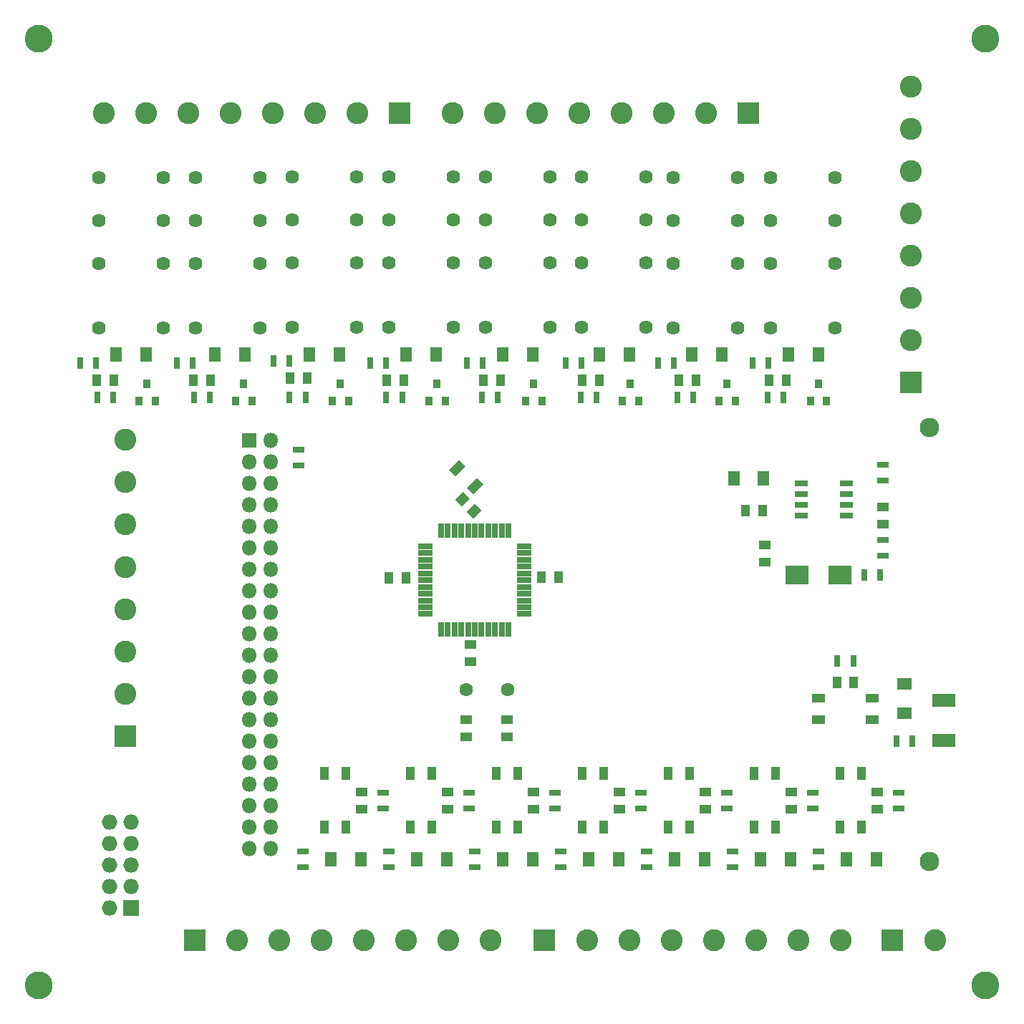
<source format=gbr>
G04 #@! TF.FileFunction,Soldermask,Top*
%FSLAX46Y46*%
G04 Gerber Fmt 4.6, Leading zero omitted, Abs format (unit mm)*
G04 Created by KiCad (PCBNEW 4.0.5) date 03/02/17 14:55:16*
%MOMM*%
%LPD*%
G01*
G04 APERTURE LIST*
%ADD10C,0.100000*%
%ADD11C,1.624000*%
%ADD12R,1.350000X1.100000*%
%ADD13R,1.100000X1.350000*%
%ADD14R,0.900000X1.000000*%
%ADD15R,0.800000X1.400000*%
%ADD16R,1.400000X0.800000*%
%ADD17R,1.827200X1.827200*%
%ADD18O,1.827200X1.827200*%
%ADD19R,1.800000X1.800000*%
%ADD20O,1.800000X1.800000*%
%ADD21C,1.600000*%
%ADD22R,0.660000X1.700000*%
%ADD23R,1.700000X0.660000*%
%ADD24R,1.400000X1.800000*%
%ADD25R,2.800000X2.300000*%
%ADD26C,2.600000*%
%ADD27R,2.600000X2.600000*%
%ADD28R,1.650000X0.700000*%
%ADD29R,1.000000X1.624000*%
%ADD30R,1.624000X1.000000*%
%ADD31R,1.800000X1.400000*%
%ADD32C,3.300000*%
%ADD33C,2.300000*%
%ADD34R,2.800000X1.600000*%
G04 APERTURE END LIST*
D10*
D11*
X64770000Y-69215000D03*
X64770000Y-61595000D03*
X64770000Y-56515000D03*
X64770000Y-51435000D03*
X57150000Y-69215000D03*
X57150000Y-61595000D03*
X57150000Y-56515000D03*
X57150000Y-51435000D03*
D10*
G36*
X99264687Y-89551281D02*
X100219281Y-88596687D01*
X100997099Y-89374505D01*
X100042505Y-90329099D01*
X99264687Y-89551281D01*
X99264687Y-89551281D01*
G37*
G36*
X100678901Y-90965495D02*
X101633495Y-90010901D01*
X102411313Y-90788719D01*
X101456719Y-91743313D01*
X100678901Y-90965495D01*
X100678901Y-90965495D01*
G37*
D11*
X110460763Y-69192500D03*
X110460763Y-61572500D03*
X110460763Y-56492500D03*
X110460763Y-51412500D03*
X102840763Y-69192500D03*
X102840763Y-61572500D03*
X102840763Y-56492500D03*
X102840763Y-51412500D03*
D12*
X135890000Y-96885000D03*
X135890000Y-94885000D03*
D13*
X133620000Y-90805000D03*
X135620000Y-90805000D03*
D12*
X149860000Y-90440000D03*
X149860000Y-92440000D03*
D11*
X76200000Y-69215000D03*
X76200000Y-61595000D03*
X76200000Y-56515000D03*
X76200000Y-51435000D03*
X68580000Y-69215000D03*
X68580000Y-61595000D03*
X68580000Y-56515000D03*
X68580000Y-51435000D03*
X87634763Y-69192500D03*
X87634763Y-61572500D03*
X87634763Y-56492500D03*
X87634763Y-51412500D03*
X80014763Y-69192500D03*
X80014763Y-61572500D03*
X80014763Y-56492500D03*
X80014763Y-51412500D03*
X99047763Y-69129000D03*
X99047763Y-61509000D03*
X99047763Y-56429000D03*
X99047763Y-51349000D03*
X91427763Y-69129000D03*
X91427763Y-61509000D03*
X91427763Y-56429000D03*
X91427763Y-51349000D03*
X121873763Y-69192500D03*
X121873763Y-61572500D03*
X121873763Y-56492500D03*
X121873763Y-51412500D03*
X114253763Y-69192500D03*
X114253763Y-61572500D03*
X114253763Y-56492500D03*
X114253763Y-51412500D03*
D14*
X61915000Y-77835000D03*
X63815000Y-77835000D03*
X62865000Y-75835000D03*
X73345000Y-77835000D03*
X75245000Y-77835000D03*
X74295000Y-75835000D03*
X84775000Y-77835000D03*
X86675000Y-77835000D03*
X85725000Y-75835000D03*
X96205000Y-77835000D03*
X98105000Y-77835000D03*
X97155000Y-75835000D03*
X107635000Y-77835000D03*
X109535000Y-77835000D03*
X108585000Y-75835000D03*
X119065000Y-77835000D03*
X120965000Y-77835000D03*
X120015000Y-75835000D03*
D15*
X149540000Y-98425000D03*
X147640000Y-98425000D03*
D16*
X149860000Y-94300000D03*
X149860000Y-96200000D03*
X149860000Y-87310000D03*
X149860000Y-85410000D03*
D15*
X56962000Y-77470000D03*
X58862000Y-77470000D03*
X68392000Y-77470000D03*
X70292000Y-77470000D03*
X81595000Y-77470000D03*
X79695000Y-77470000D03*
X93025000Y-77470000D03*
X91125000Y-77470000D03*
X56830000Y-73406000D03*
X54930000Y-73406000D03*
X68260000Y-73406000D03*
X66360000Y-73406000D03*
D12*
X100584000Y-115586000D03*
X100584000Y-117586000D03*
X105410000Y-115586000D03*
X105410000Y-117586000D03*
D17*
X60960000Y-137795000D03*
D18*
X58420000Y-137795000D03*
X60960000Y-135255000D03*
X58420000Y-135255000D03*
X60960000Y-132715000D03*
X58420000Y-132715000D03*
X60960000Y-130175000D03*
X58420000Y-130175000D03*
X60960000Y-127635000D03*
X58420000Y-127635000D03*
D19*
X74930000Y-82550000D03*
D20*
X77470000Y-82550000D03*
X74930000Y-85090000D03*
X77470000Y-85090000D03*
X74930000Y-87630000D03*
X77470000Y-87630000D03*
X74930000Y-90170000D03*
X77470000Y-90170000D03*
X74930000Y-92710000D03*
X77470000Y-92710000D03*
X74930000Y-95250000D03*
X77470000Y-95250000D03*
X74930000Y-97790000D03*
X77470000Y-97790000D03*
X74930000Y-100330000D03*
X77470000Y-100330000D03*
X74930000Y-102870000D03*
X77470000Y-102870000D03*
X74930000Y-105410000D03*
X77470000Y-105410000D03*
X74930000Y-107950000D03*
X77470000Y-107950000D03*
X74930000Y-110490000D03*
X77470000Y-110490000D03*
X74930000Y-113030000D03*
X77470000Y-113030000D03*
X74930000Y-115570000D03*
X77470000Y-115570000D03*
X74930000Y-118110000D03*
X77470000Y-118110000D03*
X74930000Y-120650000D03*
X77470000Y-120650000D03*
X74930000Y-123190000D03*
X77470000Y-123190000D03*
X74930000Y-125730000D03*
X77470000Y-125730000D03*
X74930000Y-128270000D03*
X77470000Y-128270000D03*
X74930000Y-130810000D03*
X77470000Y-130810000D03*
D16*
X80772000Y-83632000D03*
X80772000Y-85532000D03*
D21*
X100584000Y-112014000D03*
X105464000Y-112014000D03*
D22*
X97600000Y-104910000D03*
X98400000Y-104910000D03*
X99200000Y-104910000D03*
X100000000Y-104910000D03*
X100800000Y-104910000D03*
X101600000Y-104910000D03*
X102400000Y-104910000D03*
X103200000Y-104910000D03*
X104000000Y-104910000D03*
X104800000Y-104910000D03*
X105600000Y-104910000D03*
D23*
X107450000Y-103060000D03*
X107450000Y-102260000D03*
X107450000Y-101460000D03*
X107450000Y-100660000D03*
X107450000Y-99860000D03*
X107450000Y-99060000D03*
X107450000Y-98260000D03*
X107450000Y-97460000D03*
X107450000Y-96660000D03*
X107450000Y-95860000D03*
X107450000Y-95060000D03*
D22*
X105600000Y-93210000D03*
X104800000Y-93210000D03*
X104000000Y-93210000D03*
X103200000Y-93210000D03*
X102400000Y-93210000D03*
X101600000Y-93210000D03*
X100800000Y-93210000D03*
X100000000Y-93210000D03*
X99200000Y-93210000D03*
X98400000Y-93210000D03*
X97600000Y-93210000D03*
D23*
X95750000Y-95060000D03*
X95750000Y-95860000D03*
X95750000Y-96660000D03*
X95750000Y-97460000D03*
X95750000Y-98260000D03*
X95750000Y-99060000D03*
X95750000Y-99860000D03*
X95750000Y-100660000D03*
X95750000Y-101460000D03*
X95750000Y-102260000D03*
X95750000Y-103060000D03*
D24*
X82070000Y-72390000D03*
X85570000Y-72390000D03*
X93500000Y-72390000D03*
X97000000Y-72390000D03*
D11*
X132715000Y-69215000D03*
X132715000Y-61595000D03*
X132715000Y-56515000D03*
X132715000Y-51435000D03*
X125095000Y-69215000D03*
X125095000Y-61595000D03*
X125095000Y-56515000D03*
X125095000Y-51435000D03*
X144171262Y-69204001D03*
X144171262Y-61584001D03*
X144171262Y-56504001D03*
X144171262Y-51424001D03*
X136551262Y-69204001D03*
X136551262Y-61584001D03*
X136551262Y-56504001D03*
X136551262Y-51424001D03*
D14*
X130495000Y-77835000D03*
X132395000Y-77835000D03*
X131445000Y-75835000D03*
X141290000Y-77835000D03*
X143190000Y-77835000D03*
X142240000Y-75835000D03*
D15*
X79690000Y-73152000D03*
X77790000Y-73152000D03*
X91120000Y-73406000D03*
X89220000Y-73406000D03*
D24*
X135735000Y-86995000D03*
X132235000Y-86995000D03*
X59210000Y-72390000D03*
X62710000Y-72390000D03*
X70894000Y-72390000D03*
X74394000Y-72390000D03*
D25*
X139690000Y-98425000D03*
X144790000Y-98425000D03*
D26*
X103503800Y-141630400D03*
X98503800Y-141630400D03*
X93503800Y-141630400D03*
X88503800Y-141630400D03*
X83503800Y-141630400D03*
X78503800Y-141630400D03*
D27*
X68503800Y-141630400D03*
D26*
X73503800Y-141630400D03*
X144855000Y-141605000D03*
X139855000Y-141605000D03*
X134855000Y-141605000D03*
X129855000Y-141605000D03*
X124855000Y-141605000D03*
X119855000Y-141605000D03*
D27*
X109855000Y-141605000D03*
D26*
X114855000Y-141605000D03*
X98985000Y-43815000D03*
X103985000Y-43815000D03*
X108985000Y-43815000D03*
X113985000Y-43815000D03*
X118985000Y-43815000D03*
X123985000Y-43815000D03*
D27*
X133985000Y-43815000D03*
D26*
X128985000Y-43815000D03*
X60325000Y-82475000D03*
X60325000Y-87475000D03*
X60325000Y-92475000D03*
X60325000Y-97475000D03*
X60325000Y-102475000D03*
X60325000Y-107475000D03*
D27*
X60325000Y-117475000D03*
D26*
X60325000Y-112475000D03*
D28*
X140175000Y-87630000D03*
X140175000Y-88900000D03*
X140175000Y-90170000D03*
X140175000Y-91440000D03*
X145575000Y-91440000D03*
X145575000Y-90170000D03*
X145575000Y-88900000D03*
X145575000Y-87630000D03*
D24*
X84610000Y-132080000D03*
X88110000Y-132080000D03*
X94770000Y-132080000D03*
X98270000Y-132080000D03*
X104930000Y-132080000D03*
X108430000Y-132080000D03*
X115090000Y-132080000D03*
X118590000Y-132080000D03*
D26*
X57710000Y-43815000D03*
X62710000Y-43815000D03*
X67710000Y-43815000D03*
X72710000Y-43815000D03*
X77710000Y-43815000D03*
X82710000Y-43815000D03*
D27*
X92710000Y-43815000D03*
D26*
X87710000Y-43815000D03*
D16*
X81280000Y-131130000D03*
X81280000Y-133030000D03*
X91440000Y-131130000D03*
X91440000Y-133030000D03*
X101600000Y-131130000D03*
X101600000Y-133030000D03*
X111760000Y-131130000D03*
X111760000Y-133030000D03*
X90805000Y-126045000D03*
X90805000Y-124145000D03*
X100965000Y-126045000D03*
X100965000Y-124145000D03*
X111125000Y-126045000D03*
X111125000Y-124145000D03*
X121285000Y-126045000D03*
X121285000Y-124145000D03*
D29*
X83820000Y-128270000D03*
X86360000Y-128270000D03*
X86360000Y-121920000D03*
X83820000Y-121920000D03*
X93980000Y-128270000D03*
X96520000Y-128270000D03*
X96520000Y-121920000D03*
X93980000Y-121920000D03*
X104140000Y-128270000D03*
X106680000Y-128270000D03*
X106680000Y-121920000D03*
X104140000Y-121920000D03*
X114300000Y-128270000D03*
X116840000Y-128270000D03*
X116840000Y-121920000D03*
X114300000Y-121920000D03*
X124460000Y-128270000D03*
X127000000Y-128270000D03*
X127000000Y-121920000D03*
X124460000Y-121920000D03*
X134620000Y-128270000D03*
X137160000Y-128270000D03*
X137160000Y-121920000D03*
X134620000Y-121920000D03*
X144780000Y-128270000D03*
X147320000Y-128270000D03*
X147320000Y-121920000D03*
X144780000Y-121920000D03*
D30*
X148590000Y-115570000D03*
X148590000Y-113030000D03*
X142240000Y-113030000D03*
X142240000Y-115570000D03*
D26*
X153162000Y-40692000D03*
X153162000Y-45692000D03*
X153162000Y-50692000D03*
X153162000Y-55692000D03*
X153162000Y-60692000D03*
X153162000Y-65692000D03*
D27*
X153162000Y-75692000D03*
D26*
X153162000Y-70692000D03*
D27*
X151003000Y-141605000D03*
D26*
X156003000Y-141605000D03*
D13*
X91456000Y-98806000D03*
X93456000Y-98806000D03*
X111490000Y-98679000D03*
X109490000Y-98679000D03*
D12*
X101092000Y-108696000D03*
X101092000Y-106696000D03*
D13*
X138414000Y-75438000D03*
X136414000Y-75438000D03*
X104632000Y-75438000D03*
X102632000Y-75438000D03*
X116316000Y-75438000D03*
X114316000Y-75438000D03*
X127746000Y-75438000D03*
X125746000Y-75438000D03*
D24*
X138712000Y-72390000D03*
X142212000Y-72390000D03*
X104930000Y-72390000D03*
X108430000Y-72390000D03*
X116360000Y-72390000D03*
X119860000Y-72390000D03*
X127282000Y-72390000D03*
X130782000Y-72390000D03*
X125250000Y-132080000D03*
X128750000Y-132080000D03*
X135410000Y-132080000D03*
X138910000Y-132080000D03*
X145570000Y-132080000D03*
X149070000Y-132080000D03*
D31*
X152400000Y-114780000D03*
X152400000Y-111280000D03*
D12*
X128905000Y-126095000D03*
X128905000Y-124095000D03*
X139065000Y-126095000D03*
X139065000Y-124095000D03*
X149225000Y-126095000D03*
X149225000Y-124095000D03*
D13*
X146415000Y-111125000D03*
X144415000Y-111125000D03*
D10*
G36*
X98533391Y-86019472D02*
X99735472Y-84817391D01*
X100513289Y-85595208D01*
X99311208Y-86797289D01*
X98533391Y-86019472D01*
X98533391Y-86019472D01*
G37*
G36*
X100654711Y-88140792D02*
X101856792Y-86938711D01*
X102634609Y-87716528D01*
X101432528Y-88918609D01*
X100654711Y-88140792D01*
X100654711Y-88140792D01*
G37*
D15*
X136210000Y-77470000D03*
X138110000Y-77470000D03*
X102428000Y-77470000D03*
X104328000Y-77470000D03*
X114112000Y-77470000D03*
X116012000Y-77470000D03*
X125542000Y-77470000D03*
X127442000Y-77470000D03*
X136332000Y-73406000D03*
X134432000Y-73406000D03*
X102550000Y-73406000D03*
X100650000Y-73406000D03*
X114234000Y-73406000D03*
X112334000Y-73406000D03*
X125156000Y-73406000D03*
X123256000Y-73406000D03*
D16*
X121920000Y-131130000D03*
X121920000Y-133030000D03*
X132080000Y-131130000D03*
X132080000Y-133030000D03*
X142240000Y-131130000D03*
X142240000Y-133030000D03*
D15*
X151450000Y-118110000D03*
X153350000Y-118110000D03*
D16*
X131445000Y-126045000D03*
X131445000Y-124145000D03*
X141605000Y-126045000D03*
X141605000Y-124145000D03*
X151765000Y-126045000D03*
X151765000Y-124145000D03*
D15*
X146365000Y-108585000D03*
X144465000Y-108585000D03*
D13*
X58912000Y-75438000D03*
X56912000Y-75438000D03*
X70342000Y-75438000D03*
X68342000Y-75438000D03*
X81772000Y-75184000D03*
X79772000Y-75184000D03*
X93202000Y-75438000D03*
X91202000Y-75438000D03*
D12*
X88265000Y-126095000D03*
X88265000Y-124095000D03*
X98425000Y-126095000D03*
X98425000Y-124095000D03*
X108585000Y-126095000D03*
X108585000Y-124095000D03*
X118745000Y-126095000D03*
X118745000Y-124095000D03*
D32*
X50000000Y-35000000D03*
X162000000Y-35000000D03*
X162000000Y-147000000D03*
X50000000Y-147000000D03*
D33*
X155350000Y-132320000D03*
X155350000Y-80980000D03*
D34*
X157099000Y-113233500D03*
X157099000Y-118033500D03*
M02*

</source>
